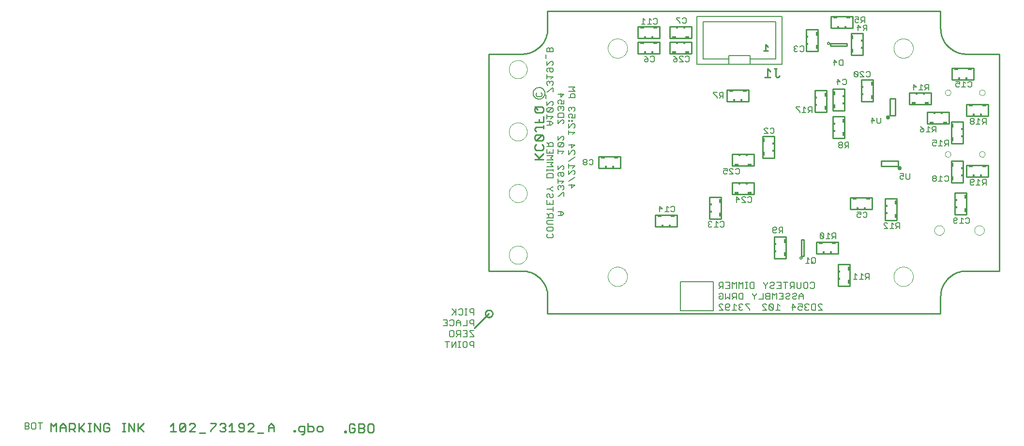
<source format=gbo>
G75*
%MOIN*%
%OFA0B0*%
%FSLAX24Y24*%
%IPPOS*%
%LPD*%
%AMOC8*
5,1,8,0,0,1.08239X$1,22.5*
%
%ADD10C,0.0000*%
%ADD11C,0.0100*%
%ADD12R,0.0150X0.0120*%
%ADD13R,0.0150X0.0290*%
%ADD14C,0.0070*%
%ADD15C,0.0080*%
%ADD16C,0.0090*%
%ADD17C,0.0110*%
%ADD18R,0.0120X0.0150*%
%ADD19R,0.0290X0.0150*%
%ADD20C,0.0300*%
D10*
X041535Y024050D02*
X041537Y024100D01*
X041543Y024149D01*
X041553Y024198D01*
X041566Y024245D01*
X041584Y024292D01*
X041605Y024337D01*
X041629Y024380D01*
X041657Y024421D01*
X041688Y024460D01*
X041722Y024496D01*
X041759Y024530D01*
X041799Y024560D01*
X041840Y024587D01*
X041884Y024611D01*
X041929Y024631D01*
X041976Y024647D01*
X042024Y024660D01*
X042073Y024669D01*
X042123Y024674D01*
X042172Y024675D01*
X042222Y024672D01*
X042271Y024665D01*
X042320Y024654D01*
X042367Y024640D01*
X042413Y024621D01*
X042458Y024599D01*
X042501Y024574D01*
X042541Y024545D01*
X042579Y024513D01*
X042615Y024479D01*
X042648Y024441D01*
X042677Y024401D01*
X042703Y024359D01*
X042726Y024315D01*
X042745Y024269D01*
X042761Y024222D01*
X042773Y024173D01*
X042781Y024124D01*
X042785Y024075D01*
X042785Y024025D01*
X042781Y023976D01*
X042773Y023927D01*
X042761Y023878D01*
X042745Y023831D01*
X042726Y023785D01*
X042703Y023741D01*
X042677Y023699D01*
X042648Y023659D01*
X042615Y023621D01*
X042579Y023587D01*
X042541Y023555D01*
X042501Y023526D01*
X042458Y023501D01*
X042413Y023479D01*
X042367Y023460D01*
X042320Y023446D01*
X042271Y023435D01*
X042222Y023428D01*
X042172Y023425D01*
X042123Y023426D01*
X042073Y023431D01*
X042024Y023440D01*
X041976Y023453D01*
X041929Y023469D01*
X041884Y023489D01*
X041840Y023513D01*
X041799Y023540D01*
X041759Y023570D01*
X041722Y023604D01*
X041688Y023640D01*
X041657Y023679D01*
X041629Y023720D01*
X041605Y023763D01*
X041584Y023808D01*
X041566Y023855D01*
X041553Y023902D01*
X041543Y023951D01*
X041537Y024000D01*
X041535Y024050D01*
X041535Y028300D02*
X041537Y028350D01*
X041543Y028399D01*
X041553Y028448D01*
X041566Y028495D01*
X041584Y028542D01*
X041605Y028587D01*
X041629Y028630D01*
X041657Y028671D01*
X041688Y028710D01*
X041722Y028746D01*
X041759Y028780D01*
X041799Y028810D01*
X041840Y028837D01*
X041884Y028861D01*
X041929Y028881D01*
X041976Y028897D01*
X042024Y028910D01*
X042073Y028919D01*
X042123Y028924D01*
X042172Y028925D01*
X042222Y028922D01*
X042271Y028915D01*
X042320Y028904D01*
X042367Y028890D01*
X042413Y028871D01*
X042458Y028849D01*
X042501Y028824D01*
X042541Y028795D01*
X042579Y028763D01*
X042615Y028729D01*
X042648Y028691D01*
X042677Y028651D01*
X042703Y028609D01*
X042726Y028565D01*
X042745Y028519D01*
X042761Y028472D01*
X042773Y028423D01*
X042781Y028374D01*
X042785Y028325D01*
X042785Y028275D01*
X042781Y028226D01*
X042773Y028177D01*
X042761Y028128D01*
X042745Y028081D01*
X042726Y028035D01*
X042703Y027991D01*
X042677Y027949D01*
X042648Y027909D01*
X042615Y027871D01*
X042579Y027837D01*
X042541Y027805D01*
X042501Y027776D01*
X042458Y027751D01*
X042413Y027729D01*
X042367Y027710D01*
X042320Y027696D01*
X042271Y027685D01*
X042222Y027678D01*
X042172Y027675D01*
X042123Y027676D01*
X042073Y027681D01*
X042024Y027690D01*
X041976Y027703D01*
X041929Y027719D01*
X041884Y027739D01*
X041840Y027763D01*
X041799Y027790D01*
X041759Y027820D01*
X041722Y027854D01*
X041688Y027890D01*
X041657Y027929D01*
X041629Y027970D01*
X041605Y028013D01*
X041584Y028058D01*
X041566Y028105D01*
X041553Y028152D01*
X041543Y028201D01*
X041537Y028250D01*
X041535Y028300D01*
X041535Y032550D02*
X041537Y032600D01*
X041543Y032649D01*
X041553Y032698D01*
X041566Y032745D01*
X041584Y032792D01*
X041605Y032837D01*
X041629Y032880D01*
X041657Y032921D01*
X041688Y032960D01*
X041722Y032996D01*
X041759Y033030D01*
X041799Y033060D01*
X041840Y033087D01*
X041884Y033111D01*
X041929Y033131D01*
X041976Y033147D01*
X042024Y033160D01*
X042073Y033169D01*
X042123Y033174D01*
X042172Y033175D01*
X042222Y033172D01*
X042271Y033165D01*
X042320Y033154D01*
X042367Y033140D01*
X042413Y033121D01*
X042458Y033099D01*
X042501Y033074D01*
X042541Y033045D01*
X042579Y033013D01*
X042615Y032979D01*
X042648Y032941D01*
X042677Y032901D01*
X042703Y032859D01*
X042726Y032815D01*
X042745Y032769D01*
X042761Y032722D01*
X042773Y032673D01*
X042781Y032624D01*
X042785Y032575D01*
X042785Y032525D01*
X042781Y032476D01*
X042773Y032427D01*
X042761Y032378D01*
X042745Y032331D01*
X042726Y032285D01*
X042703Y032241D01*
X042677Y032199D01*
X042648Y032159D01*
X042615Y032121D01*
X042579Y032087D01*
X042541Y032055D01*
X042501Y032026D01*
X042458Y032001D01*
X042413Y031979D01*
X042367Y031960D01*
X042320Y031946D01*
X042271Y031935D01*
X042222Y031928D01*
X042172Y031925D01*
X042123Y031926D01*
X042073Y031931D01*
X042024Y031940D01*
X041976Y031953D01*
X041929Y031969D01*
X041884Y031989D01*
X041840Y032013D01*
X041799Y032040D01*
X041759Y032070D01*
X041722Y032104D01*
X041688Y032140D01*
X041657Y032179D01*
X041629Y032220D01*
X041605Y032263D01*
X041584Y032308D01*
X041566Y032355D01*
X041553Y032402D01*
X041543Y032451D01*
X041537Y032500D01*
X041535Y032550D01*
X041535Y036850D02*
X041537Y036900D01*
X041543Y036949D01*
X041553Y036998D01*
X041566Y037045D01*
X041584Y037092D01*
X041605Y037137D01*
X041629Y037180D01*
X041657Y037221D01*
X041688Y037260D01*
X041722Y037296D01*
X041759Y037330D01*
X041799Y037360D01*
X041840Y037387D01*
X041884Y037411D01*
X041929Y037431D01*
X041976Y037447D01*
X042024Y037460D01*
X042073Y037469D01*
X042123Y037474D01*
X042172Y037475D01*
X042222Y037472D01*
X042271Y037465D01*
X042320Y037454D01*
X042367Y037440D01*
X042413Y037421D01*
X042458Y037399D01*
X042501Y037374D01*
X042541Y037345D01*
X042579Y037313D01*
X042615Y037279D01*
X042648Y037241D01*
X042677Y037201D01*
X042703Y037159D01*
X042726Y037115D01*
X042745Y037069D01*
X042761Y037022D01*
X042773Y036973D01*
X042781Y036924D01*
X042785Y036875D01*
X042785Y036825D01*
X042781Y036776D01*
X042773Y036727D01*
X042761Y036678D01*
X042745Y036631D01*
X042726Y036585D01*
X042703Y036541D01*
X042677Y036499D01*
X042648Y036459D01*
X042615Y036421D01*
X042579Y036387D01*
X042541Y036355D01*
X042501Y036326D01*
X042458Y036301D01*
X042413Y036279D01*
X042367Y036260D01*
X042320Y036246D01*
X042271Y036235D01*
X042222Y036228D01*
X042172Y036225D01*
X042123Y036226D01*
X042073Y036231D01*
X042024Y036240D01*
X041976Y036253D01*
X041929Y036269D01*
X041884Y036289D01*
X041840Y036313D01*
X041799Y036340D01*
X041759Y036370D01*
X041722Y036404D01*
X041688Y036440D01*
X041657Y036479D01*
X041629Y036520D01*
X041605Y036563D01*
X041584Y036608D01*
X041566Y036655D01*
X041553Y036702D01*
X041543Y036751D01*
X041537Y036800D01*
X041535Y036850D01*
X048349Y038307D02*
X048351Y038358D01*
X048357Y038409D01*
X048367Y038459D01*
X048380Y038509D01*
X048398Y038557D01*
X048418Y038604D01*
X048443Y038649D01*
X048471Y038692D01*
X048502Y038733D01*
X048536Y038771D01*
X048573Y038806D01*
X048612Y038839D01*
X048654Y038869D01*
X048698Y038895D01*
X048744Y038917D01*
X048792Y038937D01*
X048841Y038952D01*
X048891Y038964D01*
X048941Y038972D01*
X048992Y038976D01*
X049044Y038976D01*
X049095Y038972D01*
X049145Y038964D01*
X049195Y038952D01*
X049244Y038937D01*
X049292Y038917D01*
X049338Y038895D01*
X049382Y038869D01*
X049424Y038839D01*
X049463Y038806D01*
X049500Y038771D01*
X049534Y038733D01*
X049565Y038692D01*
X049593Y038649D01*
X049618Y038604D01*
X049638Y038557D01*
X049656Y038509D01*
X049669Y038459D01*
X049679Y038409D01*
X049685Y038358D01*
X049687Y038307D01*
X049685Y038256D01*
X049679Y038205D01*
X049669Y038155D01*
X049656Y038105D01*
X049638Y038057D01*
X049618Y038010D01*
X049593Y037965D01*
X049565Y037922D01*
X049534Y037881D01*
X049500Y037843D01*
X049463Y037808D01*
X049424Y037775D01*
X049382Y037745D01*
X049338Y037719D01*
X049292Y037697D01*
X049244Y037677D01*
X049195Y037662D01*
X049145Y037650D01*
X049095Y037642D01*
X049044Y037638D01*
X048992Y037638D01*
X048941Y037642D01*
X048891Y037650D01*
X048841Y037662D01*
X048792Y037677D01*
X048744Y037697D01*
X048698Y037719D01*
X048654Y037745D01*
X048612Y037775D01*
X048573Y037808D01*
X048536Y037843D01*
X048502Y037881D01*
X048471Y037922D01*
X048443Y037965D01*
X048418Y038010D01*
X048398Y038057D01*
X048380Y038105D01*
X048367Y038155D01*
X048357Y038205D01*
X048351Y038256D01*
X048349Y038307D01*
X068034Y038307D02*
X068036Y038358D01*
X068042Y038409D01*
X068052Y038459D01*
X068065Y038509D01*
X068083Y038557D01*
X068103Y038604D01*
X068128Y038649D01*
X068156Y038692D01*
X068187Y038733D01*
X068221Y038771D01*
X068258Y038806D01*
X068297Y038839D01*
X068339Y038869D01*
X068383Y038895D01*
X068429Y038917D01*
X068477Y038937D01*
X068526Y038952D01*
X068576Y038964D01*
X068626Y038972D01*
X068677Y038976D01*
X068729Y038976D01*
X068780Y038972D01*
X068830Y038964D01*
X068880Y038952D01*
X068929Y038937D01*
X068977Y038917D01*
X069023Y038895D01*
X069067Y038869D01*
X069109Y038839D01*
X069148Y038806D01*
X069185Y038771D01*
X069219Y038733D01*
X069250Y038692D01*
X069278Y038649D01*
X069303Y038604D01*
X069323Y038557D01*
X069341Y038509D01*
X069354Y038459D01*
X069364Y038409D01*
X069370Y038358D01*
X069372Y038307D01*
X069370Y038256D01*
X069364Y038205D01*
X069354Y038155D01*
X069341Y038105D01*
X069323Y038057D01*
X069303Y038010D01*
X069278Y037965D01*
X069250Y037922D01*
X069219Y037881D01*
X069185Y037843D01*
X069148Y037808D01*
X069109Y037775D01*
X069067Y037745D01*
X069023Y037719D01*
X068977Y037697D01*
X068929Y037677D01*
X068880Y037662D01*
X068830Y037650D01*
X068780Y037642D01*
X068729Y037638D01*
X068677Y037638D01*
X068626Y037642D01*
X068576Y037650D01*
X068526Y037662D01*
X068477Y037677D01*
X068429Y037697D01*
X068383Y037719D01*
X068339Y037745D01*
X068297Y037775D01*
X068258Y037808D01*
X068221Y037843D01*
X068187Y037881D01*
X068156Y037922D01*
X068128Y037965D01*
X068103Y038010D01*
X068083Y038057D01*
X068065Y038105D01*
X068052Y038155D01*
X068042Y038205D01*
X068036Y038256D01*
X068034Y038307D01*
X071570Y035250D02*
X071572Y035277D01*
X071578Y035304D01*
X071587Y035330D01*
X071600Y035354D01*
X071616Y035377D01*
X071635Y035396D01*
X071657Y035413D01*
X071681Y035427D01*
X071706Y035437D01*
X071733Y035444D01*
X071760Y035447D01*
X071788Y035446D01*
X071815Y035441D01*
X071841Y035433D01*
X071865Y035421D01*
X071888Y035405D01*
X071909Y035387D01*
X071926Y035366D01*
X071941Y035342D01*
X071952Y035317D01*
X071960Y035291D01*
X071964Y035264D01*
X071964Y035236D01*
X071960Y035209D01*
X071952Y035183D01*
X071941Y035158D01*
X071926Y035134D01*
X071909Y035113D01*
X071888Y035095D01*
X071866Y035079D01*
X071841Y035067D01*
X071815Y035059D01*
X071788Y035054D01*
X071760Y035053D01*
X071733Y035056D01*
X071706Y035063D01*
X071681Y035073D01*
X071657Y035087D01*
X071635Y035104D01*
X071616Y035123D01*
X071600Y035146D01*
X071587Y035170D01*
X071578Y035196D01*
X071572Y035223D01*
X071570Y035250D01*
X073932Y035250D02*
X073934Y035277D01*
X073940Y035304D01*
X073949Y035330D01*
X073962Y035354D01*
X073978Y035377D01*
X073997Y035396D01*
X074019Y035413D01*
X074043Y035427D01*
X074068Y035437D01*
X074095Y035444D01*
X074122Y035447D01*
X074150Y035446D01*
X074177Y035441D01*
X074203Y035433D01*
X074227Y035421D01*
X074250Y035405D01*
X074271Y035387D01*
X074288Y035366D01*
X074303Y035342D01*
X074314Y035317D01*
X074322Y035291D01*
X074326Y035264D01*
X074326Y035236D01*
X074322Y035209D01*
X074314Y035183D01*
X074303Y035158D01*
X074288Y035134D01*
X074271Y035113D01*
X074250Y035095D01*
X074228Y035079D01*
X074203Y035067D01*
X074177Y035059D01*
X074150Y035054D01*
X074122Y035053D01*
X074095Y035056D01*
X074068Y035063D01*
X074043Y035073D01*
X074019Y035087D01*
X073997Y035104D01*
X073978Y035123D01*
X073962Y035146D01*
X073949Y035170D01*
X073940Y035196D01*
X073934Y035223D01*
X073932Y035250D01*
X073932Y031000D02*
X073934Y031027D01*
X073940Y031054D01*
X073949Y031080D01*
X073962Y031104D01*
X073978Y031127D01*
X073997Y031146D01*
X074019Y031163D01*
X074043Y031177D01*
X074068Y031187D01*
X074095Y031194D01*
X074122Y031197D01*
X074150Y031196D01*
X074177Y031191D01*
X074203Y031183D01*
X074227Y031171D01*
X074250Y031155D01*
X074271Y031137D01*
X074288Y031116D01*
X074303Y031092D01*
X074314Y031067D01*
X074322Y031041D01*
X074326Y031014D01*
X074326Y030986D01*
X074322Y030959D01*
X074314Y030933D01*
X074303Y030908D01*
X074288Y030884D01*
X074271Y030863D01*
X074250Y030845D01*
X074228Y030829D01*
X074203Y030817D01*
X074177Y030809D01*
X074150Y030804D01*
X074122Y030803D01*
X074095Y030806D01*
X074068Y030813D01*
X074043Y030823D01*
X074019Y030837D01*
X073997Y030854D01*
X073978Y030873D01*
X073962Y030896D01*
X073949Y030920D01*
X073940Y030946D01*
X073934Y030973D01*
X073932Y031000D01*
X071570Y031000D02*
X071572Y031027D01*
X071578Y031054D01*
X071587Y031080D01*
X071600Y031104D01*
X071616Y031127D01*
X071635Y031146D01*
X071657Y031163D01*
X071681Y031177D01*
X071706Y031187D01*
X071733Y031194D01*
X071760Y031197D01*
X071788Y031196D01*
X071815Y031191D01*
X071841Y031183D01*
X071865Y031171D01*
X071888Y031155D01*
X071909Y031137D01*
X071926Y031116D01*
X071941Y031092D01*
X071952Y031067D01*
X071960Y031041D01*
X071964Y031014D01*
X071964Y030986D01*
X071960Y030959D01*
X071952Y030933D01*
X071941Y030908D01*
X071926Y030884D01*
X071909Y030863D01*
X071888Y030845D01*
X071866Y030829D01*
X071841Y030817D01*
X071815Y030809D01*
X071788Y030804D01*
X071760Y030803D01*
X071733Y030806D01*
X071706Y030813D01*
X071681Y030823D01*
X071657Y030837D01*
X071635Y030854D01*
X071616Y030873D01*
X071600Y030896D01*
X071587Y030920D01*
X071578Y030946D01*
X071572Y030973D01*
X071570Y031000D01*
X070841Y025750D02*
X070843Y025786D01*
X070849Y025822D01*
X070859Y025857D01*
X070872Y025891D01*
X070889Y025923D01*
X070909Y025953D01*
X070933Y025980D01*
X070959Y026005D01*
X070988Y026027D01*
X071019Y026046D01*
X071052Y026061D01*
X071086Y026073D01*
X071122Y026081D01*
X071158Y026085D01*
X071194Y026085D01*
X071230Y026081D01*
X071266Y026073D01*
X071300Y026061D01*
X071333Y026046D01*
X071364Y026027D01*
X071393Y026005D01*
X071419Y025980D01*
X071443Y025953D01*
X071463Y025923D01*
X071480Y025891D01*
X071493Y025857D01*
X071503Y025822D01*
X071509Y025786D01*
X071511Y025750D01*
X071509Y025714D01*
X071503Y025678D01*
X071493Y025643D01*
X071480Y025609D01*
X071463Y025577D01*
X071443Y025547D01*
X071419Y025520D01*
X071393Y025495D01*
X071364Y025473D01*
X071333Y025454D01*
X071300Y025439D01*
X071266Y025427D01*
X071230Y025419D01*
X071194Y025415D01*
X071158Y025415D01*
X071122Y025419D01*
X071086Y025427D01*
X071052Y025439D01*
X071019Y025454D01*
X070988Y025473D01*
X070959Y025495D01*
X070933Y025520D01*
X070909Y025547D01*
X070889Y025577D01*
X070872Y025609D01*
X070859Y025643D01*
X070849Y025678D01*
X070843Y025714D01*
X070841Y025750D01*
X073597Y025750D02*
X073599Y025786D01*
X073605Y025822D01*
X073615Y025857D01*
X073628Y025891D01*
X073645Y025923D01*
X073665Y025953D01*
X073689Y025980D01*
X073715Y026005D01*
X073744Y026027D01*
X073775Y026046D01*
X073808Y026061D01*
X073842Y026073D01*
X073878Y026081D01*
X073914Y026085D01*
X073950Y026085D01*
X073986Y026081D01*
X074022Y026073D01*
X074056Y026061D01*
X074089Y026046D01*
X074120Y026027D01*
X074149Y026005D01*
X074175Y025980D01*
X074199Y025953D01*
X074219Y025923D01*
X074236Y025891D01*
X074249Y025857D01*
X074259Y025822D01*
X074265Y025786D01*
X074267Y025750D01*
X074265Y025714D01*
X074259Y025678D01*
X074249Y025643D01*
X074236Y025609D01*
X074219Y025577D01*
X074199Y025547D01*
X074175Y025520D01*
X074149Y025495D01*
X074120Y025473D01*
X074089Y025454D01*
X074056Y025439D01*
X074022Y025427D01*
X073986Y025419D01*
X073950Y025415D01*
X073914Y025415D01*
X073878Y025419D01*
X073842Y025427D01*
X073808Y025439D01*
X073775Y025454D01*
X073744Y025473D01*
X073715Y025495D01*
X073689Y025520D01*
X073665Y025547D01*
X073645Y025577D01*
X073628Y025609D01*
X073615Y025643D01*
X073605Y025678D01*
X073599Y025714D01*
X073597Y025750D01*
X068034Y022559D02*
X068036Y022610D01*
X068042Y022661D01*
X068052Y022711D01*
X068065Y022761D01*
X068083Y022809D01*
X068103Y022856D01*
X068128Y022901D01*
X068156Y022944D01*
X068187Y022985D01*
X068221Y023023D01*
X068258Y023058D01*
X068297Y023091D01*
X068339Y023121D01*
X068383Y023147D01*
X068429Y023169D01*
X068477Y023189D01*
X068526Y023204D01*
X068576Y023216D01*
X068626Y023224D01*
X068677Y023228D01*
X068729Y023228D01*
X068780Y023224D01*
X068830Y023216D01*
X068880Y023204D01*
X068929Y023189D01*
X068977Y023169D01*
X069023Y023147D01*
X069067Y023121D01*
X069109Y023091D01*
X069148Y023058D01*
X069185Y023023D01*
X069219Y022985D01*
X069250Y022944D01*
X069278Y022901D01*
X069303Y022856D01*
X069323Y022809D01*
X069341Y022761D01*
X069354Y022711D01*
X069364Y022661D01*
X069370Y022610D01*
X069372Y022559D01*
X069370Y022508D01*
X069364Y022457D01*
X069354Y022407D01*
X069341Y022357D01*
X069323Y022309D01*
X069303Y022262D01*
X069278Y022217D01*
X069250Y022174D01*
X069219Y022133D01*
X069185Y022095D01*
X069148Y022060D01*
X069109Y022027D01*
X069067Y021997D01*
X069023Y021971D01*
X068977Y021949D01*
X068929Y021929D01*
X068880Y021914D01*
X068830Y021902D01*
X068780Y021894D01*
X068729Y021890D01*
X068677Y021890D01*
X068626Y021894D01*
X068576Y021902D01*
X068526Y021914D01*
X068477Y021929D01*
X068429Y021949D01*
X068383Y021971D01*
X068339Y021997D01*
X068297Y022027D01*
X068258Y022060D01*
X068221Y022095D01*
X068187Y022133D01*
X068156Y022174D01*
X068128Y022217D01*
X068103Y022262D01*
X068083Y022309D01*
X068065Y022357D01*
X068052Y022407D01*
X068042Y022457D01*
X068036Y022508D01*
X068034Y022559D01*
X048349Y022559D02*
X048351Y022610D01*
X048357Y022661D01*
X048367Y022711D01*
X048380Y022761D01*
X048398Y022809D01*
X048418Y022856D01*
X048443Y022901D01*
X048471Y022944D01*
X048502Y022985D01*
X048536Y023023D01*
X048573Y023058D01*
X048612Y023091D01*
X048654Y023121D01*
X048698Y023147D01*
X048744Y023169D01*
X048792Y023189D01*
X048841Y023204D01*
X048891Y023216D01*
X048941Y023224D01*
X048992Y023228D01*
X049044Y023228D01*
X049095Y023224D01*
X049145Y023216D01*
X049195Y023204D01*
X049244Y023189D01*
X049292Y023169D01*
X049338Y023147D01*
X049382Y023121D01*
X049424Y023091D01*
X049463Y023058D01*
X049500Y023023D01*
X049534Y022985D01*
X049565Y022944D01*
X049593Y022901D01*
X049618Y022856D01*
X049638Y022809D01*
X049656Y022761D01*
X049669Y022711D01*
X049679Y022661D01*
X049685Y022610D01*
X049687Y022559D01*
X049685Y022508D01*
X049679Y022457D01*
X049669Y022407D01*
X049656Y022357D01*
X049638Y022309D01*
X049618Y022262D01*
X049593Y022217D01*
X049565Y022174D01*
X049534Y022133D01*
X049500Y022095D01*
X049463Y022060D01*
X049424Y022027D01*
X049382Y021997D01*
X049338Y021971D01*
X049292Y021949D01*
X049244Y021929D01*
X049195Y021914D01*
X049145Y021902D01*
X049095Y021894D01*
X049044Y021890D01*
X048992Y021890D01*
X048941Y021894D01*
X048891Y021902D01*
X048841Y021914D01*
X048792Y021929D01*
X048744Y021949D01*
X048698Y021971D01*
X048654Y021997D01*
X048612Y022027D01*
X048573Y022060D01*
X048536Y022095D01*
X048502Y022133D01*
X048471Y022174D01*
X048443Y022217D01*
X048418Y022262D01*
X048398Y022309D01*
X048380Y022357D01*
X048367Y022407D01*
X048357Y022457D01*
X048351Y022508D01*
X048349Y022559D01*
D11*
X044195Y021181D02*
X044195Y020000D01*
X071262Y020000D01*
X071262Y021181D01*
X071262Y020000D01*
X044195Y020000D01*
X044195Y021181D01*
X044196Y021181D02*
X044194Y021263D01*
X044188Y021344D01*
X044179Y021426D01*
X044166Y021507D01*
X044149Y021587D01*
X044128Y021666D01*
X044104Y021744D01*
X044076Y021821D01*
X044045Y021897D01*
X044010Y021971D01*
X043972Y022043D01*
X043931Y022114D01*
X043886Y022182D01*
X043838Y022249D01*
X043787Y022313D01*
X043734Y022375D01*
X043677Y022434D01*
X043618Y022491D01*
X043556Y022544D01*
X043492Y022595D01*
X043425Y022643D01*
X043357Y022688D01*
X043286Y022729D01*
X043214Y022767D01*
X043140Y022802D01*
X043064Y022833D01*
X042987Y022861D01*
X042909Y022885D01*
X042830Y022906D01*
X042750Y022923D01*
X042669Y022936D01*
X042587Y022945D01*
X042506Y022951D01*
X042424Y022953D01*
X040160Y022953D01*
X040160Y037913D01*
X042424Y037913D01*
X040160Y037913D01*
X040160Y022953D01*
X042424Y022953D01*
X042506Y022951D01*
X042587Y022945D01*
X042669Y022936D01*
X042750Y022923D01*
X042830Y022906D01*
X042909Y022885D01*
X042987Y022861D01*
X043064Y022833D01*
X043140Y022802D01*
X043214Y022767D01*
X043286Y022729D01*
X043357Y022688D01*
X043425Y022643D01*
X043492Y022595D01*
X043556Y022544D01*
X043618Y022491D01*
X043677Y022434D01*
X043734Y022375D01*
X043787Y022313D01*
X043838Y022249D01*
X043886Y022182D01*
X043931Y022114D01*
X043972Y022043D01*
X044010Y021971D01*
X044045Y021897D01*
X044076Y021821D01*
X044104Y021744D01*
X044128Y021666D01*
X044149Y021587D01*
X044166Y021507D01*
X044179Y021426D01*
X044188Y021344D01*
X044194Y021263D01*
X044196Y021181D01*
X039910Y020000D02*
X039912Y020031D01*
X039918Y020062D01*
X039928Y020092D01*
X039941Y020120D01*
X039958Y020147D01*
X039978Y020171D01*
X040001Y020193D01*
X040026Y020211D01*
X040054Y020226D01*
X040083Y020238D01*
X040113Y020246D01*
X040144Y020250D01*
X040176Y020250D01*
X040207Y020246D01*
X040237Y020238D01*
X040266Y020226D01*
X040294Y020211D01*
X040319Y020193D01*
X040342Y020171D01*
X040362Y020147D01*
X040379Y020120D01*
X040392Y020092D01*
X040402Y020062D01*
X040408Y020031D01*
X040410Y020000D01*
X040408Y019969D01*
X040402Y019938D01*
X040392Y019908D01*
X040379Y019880D01*
X040362Y019853D01*
X040342Y019829D01*
X040319Y019807D01*
X040294Y019789D01*
X040266Y019774D01*
X040237Y019762D01*
X040207Y019754D01*
X040176Y019750D01*
X040144Y019750D01*
X040113Y019754D01*
X040083Y019762D01*
X040054Y019774D01*
X040026Y019789D01*
X040001Y019807D01*
X039978Y019829D01*
X039958Y019853D01*
X039941Y019880D01*
X039928Y019908D01*
X039918Y019938D01*
X039912Y019969D01*
X039910Y020000D01*
X040160Y020000D02*
X039160Y019000D01*
X051610Y026000D02*
X051610Y026800D01*
X053110Y026800D01*
X053110Y026000D01*
X051610Y026000D01*
X055360Y026550D02*
X056160Y026550D01*
X056160Y028050D01*
X055360Y028050D01*
X055360Y026550D01*
X056910Y028250D02*
X058410Y028250D01*
X058410Y029050D01*
X056910Y029050D01*
X056910Y028250D01*
X056910Y030200D02*
X058410Y030200D01*
X058410Y031000D01*
X056910Y031000D01*
X056910Y030200D01*
X059010Y030750D02*
X059810Y030750D01*
X059810Y032250D01*
X059010Y032250D01*
X059010Y030750D01*
X062610Y033900D02*
X063410Y033900D01*
X063410Y035400D01*
X062610Y035400D01*
X062610Y033900D01*
X063860Y034000D02*
X064660Y034000D01*
X064660Y035500D01*
X063860Y035500D01*
X063860Y034000D01*
X063860Y033600D02*
X064660Y033600D01*
X064660Y032100D01*
X063860Y032100D01*
X063860Y033600D01*
X065810Y034650D02*
X066610Y034650D01*
X066610Y036150D01*
X065810Y036150D01*
X065810Y034650D01*
X067780Y034844D02*
X067780Y033659D01*
X068143Y033659D01*
X068143Y034844D01*
X067780Y034844D01*
X069110Y034450D02*
X069110Y035250D01*
X070610Y035250D01*
X070610Y034450D01*
X069110Y034450D01*
X070360Y033900D02*
X070360Y033100D01*
X071860Y033100D01*
X071860Y033900D01*
X070360Y033900D01*
X072010Y033250D02*
X072010Y031750D01*
X072810Y031750D01*
X072810Y033250D01*
X072010Y033250D01*
X073060Y033650D02*
X073060Y034450D01*
X074560Y034450D01*
X074560Y033650D01*
X073060Y033650D01*
X073560Y036150D02*
X072060Y036150D01*
X072060Y036950D01*
X073560Y036950D01*
X073560Y036150D01*
X073034Y037913D02*
X075298Y037913D01*
X075298Y022953D01*
X073034Y022953D01*
X075298Y022953D01*
X075298Y037913D01*
X073034Y037913D01*
X072952Y037915D01*
X072871Y037921D01*
X072789Y037930D01*
X072708Y037943D01*
X072628Y037960D01*
X072549Y037981D01*
X072471Y038005D01*
X072394Y038033D01*
X072318Y038064D01*
X072244Y038099D01*
X072172Y038137D01*
X072101Y038178D01*
X072033Y038223D01*
X071966Y038271D01*
X071902Y038322D01*
X071840Y038375D01*
X071781Y038432D01*
X071724Y038491D01*
X071671Y038553D01*
X071620Y038617D01*
X071572Y038684D01*
X071527Y038752D01*
X071486Y038823D01*
X071448Y038895D01*
X071413Y038969D01*
X071382Y039045D01*
X071354Y039122D01*
X071330Y039200D01*
X071309Y039279D01*
X071292Y039359D01*
X071279Y039440D01*
X071270Y039522D01*
X071264Y039603D01*
X071262Y039685D01*
X071262Y040866D01*
X044195Y040866D01*
X044195Y039685D01*
X044195Y040866D01*
X071262Y040866D01*
X071262Y039685D01*
X071264Y039603D01*
X071270Y039522D01*
X071279Y039440D01*
X071292Y039359D01*
X071309Y039279D01*
X071330Y039200D01*
X071354Y039122D01*
X071382Y039045D01*
X071413Y038969D01*
X071448Y038895D01*
X071486Y038823D01*
X071527Y038752D01*
X071572Y038684D01*
X071620Y038617D01*
X071671Y038553D01*
X071724Y038491D01*
X071781Y038432D01*
X071840Y038375D01*
X071902Y038322D01*
X071966Y038271D01*
X072033Y038223D01*
X072101Y038178D01*
X072172Y038137D01*
X072244Y038099D01*
X072318Y038064D01*
X072394Y038033D01*
X072471Y038005D01*
X072549Y037981D01*
X072628Y037960D01*
X072708Y037943D01*
X072789Y037930D01*
X072871Y037921D01*
X072952Y037915D01*
X073034Y037913D01*
X065910Y037850D02*
X065110Y037850D01*
X065110Y039350D01*
X065910Y039350D01*
X065910Y037850D01*
X064820Y038471D02*
X064820Y038629D01*
X063680Y038629D01*
X063680Y038471D01*
X064820Y038471D01*
X065210Y039700D02*
X063710Y039700D01*
X063710Y040500D01*
X065210Y040500D01*
X065210Y039700D01*
X062810Y039600D02*
X062810Y038100D01*
X062010Y038100D01*
X062010Y039600D01*
X062810Y039600D01*
X058060Y035450D02*
X056560Y035450D01*
X056560Y034650D01*
X058060Y034650D01*
X058060Y035450D01*
X054110Y037950D02*
X054110Y038750D01*
X052610Y038750D01*
X052610Y037950D01*
X054110Y037950D01*
X054110Y039000D02*
X052610Y039000D01*
X052610Y039800D01*
X054110Y039800D01*
X054110Y039000D01*
X051910Y039000D02*
X051910Y039800D01*
X050410Y039800D01*
X050410Y039000D01*
X051910Y039000D01*
X051910Y038750D02*
X050410Y038750D01*
X050410Y037950D01*
X051910Y037950D01*
X051910Y038750D01*
X044196Y039685D02*
X044194Y039603D01*
X044188Y039522D01*
X044179Y039440D01*
X044166Y039359D01*
X044149Y039279D01*
X044128Y039200D01*
X044104Y039122D01*
X044076Y039045D01*
X044045Y038969D01*
X044010Y038895D01*
X043972Y038823D01*
X043931Y038752D01*
X043886Y038684D01*
X043838Y038617D01*
X043787Y038553D01*
X043734Y038491D01*
X043677Y038432D01*
X043618Y038375D01*
X043556Y038322D01*
X043492Y038271D01*
X043425Y038223D01*
X043357Y038178D01*
X043286Y038137D01*
X043214Y038099D01*
X043140Y038064D01*
X043064Y038033D01*
X042987Y038005D01*
X042909Y037981D01*
X042830Y037960D01*
X042750Y037943D01*
X042669Y037930D01*
X042587Y037921D01*
X042506Y037915D01*
X042424Y037913D01*
X042506Y037915D01*
X042587Y037921D01*
X042669Y037930D01*
X042750Y037943D01*
X042830Y037960D01*
X042909Y037981D01*
X042987Y038005D01*
X043064Y038033D01*
X043140Y038064D01*
X043214Y038099D01*
X043286Y038137D01*
X043357Y038178D01*
X043425Y038223D01*
X043492Y038271D01*
X043556Y038322D01*
X043618Y038375D01*
X043677Y038432D01*
X043734Y038491D01*
X043787Y038553D01*
X043838Y038617D01*
X043886Y038684D01*
X043931Y038752D01*
X043972Y038823D01*
X044010Y038895D01*
X044045Y038969D01*
X044076Y039045D01*
X044104Y039122D01*
X044128Y039200D01*
X044149Y039279D01*
X044166Y039359D01*
X044179Y039440D01*
X044188Y039522D01*
X044194Y039603D01*
X044196Y039685D01*
X047710Y030850D02*
X047710Y030050D01*
X049210Y030050D01*
X049210Y030850D01*
X047710Y030850D01*
X059810Y025300D02*
X059810Y023800D01*
X060610Y023800D01*
X060610Y025300D01*
X059810Y025300D01*
X061681Y025110D02*
X061839Y025110D01*
X061839Y023970D01*
X061681Y023970D01*
X061681Y025110D01*
X062710Y024950D02*
X062710Y024150D01*
X064210Y024150D01*
X064210Y024950D01*
X062710Y024950D01*
X064210Y023400D02*
X065010Y023400D01*
X065010Y021900D01*
X064210Y021900D01*
X064210Y023400D01*
X067460Y026450D02*
X068260Y026450D01*
X068260Y027950D01*
X067460Y027950D01*
X067460Y026450D01*
X066560Y027200D02*
X065060Y027200D01*
X065060Y028000D01*
X066560Y028000D01*
X066560Y027200D01*
X067166Y030170D02*
X068351Y030170D01*
X068351Y030533D01*
X067166Y030533D01*
X067166Y030170D01*
X072010Y030550D02*
X072010Y029050D01*
X072810Y029050D01*
X072810Y030550D01*
X072010Y030550D01*
X073060Y030250D02*
X073060Y029450D01*
X074560Y029450D01*
X074560Y030250D01*
X073060Y030250D01*
X073060Y028350D02*
X072260Y028350D01*
X072260Y026850D01*
X073060Y026850D01*
X073060Y028350D01*
X073034Y022953D02*
X072952Y022951D01*
X072871Y022945D01*
X072789Y022936D01*
X072708Y022923D01*
X072628Y022906D01*
X072549Y022885D01*
X072471Y022861D01*
X072394Y022833D01*
X072318Y022802D01*
X072244Y022767D01*
X072172Y022729D01*
X072101Y022688D01*
X072033Y022643D01*
X071966Y022595D01*
X071902Y022544D01*
X071840Y022491D01*
X071781Y022434D01*
X071724Y022375D01*
X071671Y022313D01*
X071620Y022249D01*
X071572Y022182D01*
X071527Y022114D01*
X071486Y022043D01*
X071448Y021971D01*
X071413Y021897D01*
X071382Y021821D01*
X071354Y021744D01*
X071330Y021666D01*
X071309Y021587D01*
X071292Y021507D01*
X071279Y021426D01*
X071270Y021344D01*
X071264Y021263D01*
X071262Y021181D01*
X071264Y021263D01*
X071270Y021344D01*
X071279Y021426D01*
X071292Y021507D01*
X071309Y021587D01*
X071330Y021666D01*
X071354Y021744D01*
X071382Y021821D01*
X071413Y021897D01*
X071448Y021971D01*
X071486Y022043D01*
X071527Y022114D01*
X071572Y022182D01*
X071620Y022249D01*
X071671Y022313D01*
X071724Y022375D01*
X071781Y022434D01*
X071840Y022491D01*
X071902Y022544D01*
X071966Y022595D01*
X072033Y022643D01*
X072101Y022688D01*
X072172Y022729D01*
X072244Y022767D01*
X072318Y022802D01*
X072394Y022833D01*
X072471Y022861D01*
X072549Y022885D01*
X072628Y022906D01*
X072708Y022923D01*
X072789Y022936D01*
X072871Y022945D01*
X072952Y022951D01*
X073034Y022953D01*
D12*
X067535Y026950D03*
X067535Y027450D03*
X072335Y027350D03*
X072335Y027850D03*
X072735Y029550D03*
X072735Y030050D03*
X072735Y032250D03*
X072735Y032750D03*
X065885Y035150D03*
X065885Y035650D03*
X064585Y035000D03*
X064585Y034500D03*
X063935Y033100D03*
X063935Y032600D03*
X062685Y034400D03*
X062685Y034900D03*
X065835Y038350D03*
X065835Y038850D03*
X062085Y038600D03*
X062085Y039100D03*
X059735Y031750D03*
X059735Y031250D03*
X055435Y027550D03*
X055435Y027050D03*
X059885Y024800D03*
X059885Y024300D03*
X064285Y022900D03*
X064285Y022400D03*
D13*
X064935Y022195D03*
X064935Y023105D03*
X060535Y024095D03*
X060535Y025005D03*
X056085Y026845D03*
X056085Y027755D03*
X059085Y031045D03*
X059085Y031955D03*
X063335Y034195D03*
X063935Y034295D03*
X063935Y035205D03*
X063335Y035105D03*
X064585Y033305D03*
X064585Y032395D03*
X066535Y034945D03*
X066535Y035855D03*
X065185Y038145D03*
X065185Y039055D03*
X062735Y039305D03*
X062735Y038395D03*
X072085Y032955D03*
X072085Y032045D03*
X072085Y030255D03*
X072085Y029345D03*
X072985Y028055D03*
X072985Y027145D03*
X068185Y026745D03*
X068185Y027655D03*
D14*
X068256Y026265D02*
X068193Y026202D01*
X068193Y026075D01*
X068256Y026012D01*
X068447Y026012D01*
X068447Y025885D02*
X068447Y026265D01*
X068256Y026265D01*
X068032Y026139D02*
X067905Y026265D01*
X067905Y025885D01*
X067779Y025885D02*
X068032Y025885D01*
X068193Y025885D02*
X068320Y026012D01*
X067618Y025885D02*
X067364Y026139D01*
X067364Y026202D01*
X067428Y026265D01*
X067554Y026265D01*
X067618Y026202D01*
X067618Y025885D02*
X067364Y025885D01*
X066189Y026698D02*
X066126Y026635D01*
X065999Y026635D01*
X065936Y026698D01*
X065775Y026698D02*
X065712Y026635D01*
X065585Y026635D01*
X065521Y026698D01*
X065521Y026825D01*
X065585Y026889D01*
X065648Y026889D01*
X065775Y026825D01*
X065775Y027015D01*
X065521Y027015D01*
X065936Y026952D02*
X065999Y027015D01*
X066126Y027015D01*
X066189Y026952D01*
X066189Y026698D01*
X064047Y025565D02*
X064047Y025185D01*
X064047Y025312D02*
X063856Y025312D01*
X063793Y025375D01*
X063793Y025502D01*
X063856Y025565D01*
X064047Y025565D01*
X063920Y025312D02*
X063793Y025185D01*
X063632Y025185D02*
X063379Y025185D01*
X063505Y025185D02*
X063505Y025565D01*
X063632Y025439D01*
X063218Y025502D02*
X063218Y025248D01*
X062964Y025502D01*
X062964Y025248D01*
X063028Y025185D01*
X063154Y025185D01*
X063218Y025248D01*
X063218Y025502D02*
X063154Y025565D01*
X063028Y025565D01*
X062964Y025502D01*
X062576Y023865D02*
X062449Y023865D01*
X062386Y023802D01*
X062386Y023548D01*
X062449Y023485D01*
X062576Y023485D01*
X062639Y023548D01*
X062639Y023802D01*
X062576Y023865D01*
X062513Y023612D02*
X062386Y023485D01*
X062225Y023485D02*
X061971Y023485D01*
X062098Y023485D02*
X062098Y023865D01*
X062225Y023739D01*
X060389Y025585D02*
X060389Y025965D01*
X060199Y025965D01*
X060136Y025902D01*
X060136Y025775D01*
X060199Y025712D01*
X060389Y025712D01*
X060263Y025712D02*
X060136Y025585D01*
X059975Y025648D02*
X059912Y025585D01*
X059785Y025585D01*
X059721Y025648D01*
X059721Y025902D01*
X059785Y025965D01*
X059912Y025965D01*
X059975Y025902D01*
X059975Y025839D01*
X059912Y025775D01*
X059721Y025775D01*
X058183Y027685D02*
X058056Y027685D01*
X057993Y027748D01*
X057832Y027685D02*
X057579Y027939D01*
X057579Y028002D01*
X057642Y028065D01*
X057769Y028065D01*
X057832Y028002D01*
X057993Y028002D02*
X058056Y028065D01*
X058183Y028065D01*
X058247Y028002D01*
X058247Y027748D01*
X058183Y027685D01*
X057832Y027685D02*
X057579Y027685D01*
X057418Y027875D02*
X057164Y027875D01*
X057228Y027685D02*
X057228Y028065D01*
X057418Y027875D01*
X057333Y029635D02*
X057206Y029635D01*
X057143Y029698D01*
X056982Y029635D02*
X056729Y029889D01*
X056729Y029952D01*
X056792Y030015D01*
X056919Y030015D01*
X056982Y029952D01*
X057143Y029952D02*
X057206Y030015D01*
X057333Y030015D01*
X057397Y029952D01*
X057397Y029698D01*
X057333Y029635D01*
X056982Y029635D02*
X056729Y029635D01*
X056568Y029698D02*
X056504Y029635D01*
X056378Y029635D01*
X056314Y029698D01*
X056314Y029825D01*
X056378Y029889D01*
X056441Y029889D01*
X056568Y029825D01*
X056568Y030015D01*
X056314Y030015D01*
X059121Y032435D02*
X059375Y032435D01*
X059121Y032689D01*
X059121Y032752D01*
X059185Y032815D01*
X059312Y032815D01*
X059375Y032752D01*
X059536Y032752D02*
X059599Y032815D01*
X059726Y032815D01*
X059789Y032752D01*
X059789Y032498D01*
X059726Y032435D01*
X059599Y032435D01*
X059536Y032498D01*
X061314Y034202D02*
X061568Y033948D01*
X061568Y033885D01*
X061729Y033885D02*
X061982Y033885D01*
X061855Y033885D02*
X061855Y034265D01*
X061982Y034139D01*
X062143Y034202D02*
X062143Y034075D01*
X062206Y034012D01*
X062397Y034012D01*
X062397Y033885D02*
X062397Y034265D01*
X062206Y034265D01*
X062143Y034202D01*
X062270Y034012D02*
X062143Y033885D01*
X061568Y034265D02*
X061314Y034265D01*
X061314Y034202D01*
X064106Y035990D02*
X064360Y035990D01*
X064170Y036180D01*
X064170Y035800D01*
X064521Y035863D02*
X064584Y035800D01*
X064711Y035800D01*
X064774Y035863D01*
X064774Y036117D01*
X064711Y036180D01*
X064584Y036180D01*
X064521Y036117D01*
X065314Y036398D02*
X065378Y036335D01*
X065504Y036335D01*
X065568Y036398D01*
X065314Y036652D01*
X065314Y036398D01*
X065568Y036398D02*
X065568Y036652D01*
X065504Y036715D01*
X065378Y036715D01*
X065314Y036652D01*
X065729Y036652D02*
X065792Y036715D01*
X065919Y036715D01*
X065982Y036652D01*
X066143Y036652D02*
X066206Y036715D01*
X066333Y036715D01*
X066397Y036652D01*
X066397Y036398D01*
X066333Y036335D01*
X066206Y036335D01*
X066143Y036398D01*
X065982Y036335D02*
X065729Y036589D01*
X065729Y036652D01*
X065729Y036335D02*
X065982Y036335D01*
X064539Y037135D02*
X064539Y037515D01*
X064349Y037515D01*
X064286Y037452D01*
X064286Y037198D01*
X064349Y037135D01*
X064539Y037135D01*
X064125Y037325D02*
X063871Y037325D01*
X063935Y037135D02*
X063935Y037515D01*
X064125Y037325D01*
X061839Y038148D02*
X061776Y038085D01*
X061649Y038085D01*
X061586Y038148D01*
X061425Y038148D02*
X061362Y038085D01*
X061235Y038085D01*
X061171Y038148D01*
X061171Y038212D01*
X061235Y038275D01*
X061298Y038275D01*
X061235Y038275D02*
X061171Y038339D01*
X061171Y038402D01*
X061235Y038465D01*
X061362Y038465D01*
X061425Y038402D01*
X061586Y038402D02*
X061649Y038465D01*
X061776Y038465D01*
X061839Y038402D01*
X061839Y038148D01*
X065585Y039535D02*
X065585Y039915D01*
X065775Y039725D01*
X065521Y039725D01*
X065562Y040085D02*
X065625Y040148D01*
X065562Y040085D02*
X065435Y040085D01*
X065371Y040148D01*
X065371Y040275D01*
X065435Y040339D01*
X065498Y040339D01*
X065625Y040275D01*
X065625Y040465D01*
X065371Y040465D01*
X065786Y040402D02*
X065786Y040275D01*
X065849Y040212D01*
X066039Y040212D01*
X065913Y040212D02*
X065786Y040085D01*
X066039Y040085D02*
X066039Y040465D01*
X065849Y040465D01*
X065786Y040402D01*
X065999Y039915D02*
X065936Y039852D01*
X065936Y039725D01*
X065999Y039662D01*
X066189Y039662D01*
X066063Y039662D02*
X065936Y039535D01*
X066189Y039535D02*
X066189Y039915D01*
X065999Y039915D01*
X069428Y035815D02*
X069618Y035625D01*
X069364Y035625D01*
X069428Y035435D02*
X069428Y035815D01*
X069905Y035815D02*
X069905Y035435D01*
X069779Y035435D02*
X070032Y035435D01*
X070193Y035435D02*
X070320Y035562D01*
X070256Y035562D02*
X070447Y035562D01*
X070447Y035435D02*
X070447Y035815D01*
X070256Y035815D01*
X070193Y035752D01*
X070193Y035625D01*
X070256Y035562D01*
X070032Y035689D02*
X069905Y035815D01*
X072314Y035825D02*
X072314Y035698D01*
X072378Y035635D01*
X072504Y035635D01*
X072568Y035698D01*
X072568Y035825D02*
X072441Y035889D01*
X072378Y035889D01*
X072314Y035825D01*
X072314Y036015D02*
X072568Y036015D01*
X072568Y035825D01*
X072729Y035635D02*
X072982Y035635D01*
X072855Y035635D02*
X072855Y036015D01*
X072982Y035889D01*
X073143Y035952D02*
X073206Y036015D01*
X073333Y036015D01*
X073397Y035952D01*
X073397Y035698D01*
X073333Y035635D01*
X073206Y035635D01*
X073143Y035698D01*
X073378Y033465D02*
X073314Y033402D01*
X073314Y033339D01*
X073378Y033275D01*
X073504Y033275D01*
X073568Y033339D01*
X073568Y033402D01*
X073504Y033465D01*
X073378Y033465D01*
X073378Y033275D02*
X073314Y033212D01*
X073314Y033148D01*
X073378Y033085D01*
X073504Y033085D01*
X073568Y033148D01*
X073568Y033212D01*
X073504Y033275D01*
X073729Y033085D02*
X073982Y033085D01*
X073855Y033085D02*
X073855Y033465D01*
X073982Y033339D01*
X074143Y033402D02*
X074143Y033275D01*
X074206Y033212D01*
X074397Y033212D01*
X074397Y033085D02*
X074397Y033465D01*
X074206Y033465D01*
X074143Y033402D01*
X074270Y033212D02*
X074143Y033085D01*
X071797Y031965D02*
X071797Y031585D01*
X071797Y031712D02*
X071606Y031712D01*
X071543Y031775D01*
X071543Y031902D01*
X071606Y031965D01*
X071797Y031965D01*
X071670Y031712D02*
X071543Y031585D01*
X071382Y031585D02*
X071129Y031585D01*
X071255Y031585D02*
X071255Y031965D01*
X071382Y031839D01*
X070968Y031775D02*
X070968Y031965D01*
X070714Y031965D01*
X070778Y031839D02*
X070714Y031775D01*
X070714Y031648D01*
X070778Y031585D01*
X070904Y031585D01*
X070968Y031648D01*
X070968Y031775D02*
X070841Y031839D01*
X070778Y031839D01*
X070693Y032535D02*
X070820Y032662D01*
X070756Y032662D02*
X070947Y032662D01*
X070947Y032535D02*
X070947Y032915D01*
X070756Y032915D01*
X070693Y032852D01*
X070693Y032725D01*
X070756Y032662D01*
X070532Y032789D02*
X070405Y032915D01*
X070405Y032535D01*
X070279Y032535D02*
X070532Y032535D01*
X070118Y032598D02*
X070054Y032535D01*
X069928Y032535D01*
X069864Y032598D01*
X069864Y032662D01*
X069928Y032725D01*
X070118Y032725D01*
X070118Y032598D01*
X070118Y032725D02*
X069991Y032852D01*
X069864Y032915D01*
X067139Y033190D02*
X067076Y033126D01*
X066949Y033126D01*
X066886Y033190D01*
X066886Y033507D01*
X066725Y033316D02*
X066471Y033316D01*
X066535Y033126D02*
X066535Y033507D01*
X066725Y033316D01*
X067139Y033190D02*
X067139Y033507D01*
X064924Y031830D02*
X064734Y031830D01*
X064671Y031767D01*
X064671Y031640D01*
X064734Y031577D01*
X064924Y031577D01*
X064798Y031577D02*
X064671Y031450D01*
X064510Y031513D02*
X064510Y031577D01*
X064447Y031640D01*
X064320Y031640D01*
X064256Y031577D01*
X064256Y031513D01*
X064320Y031450D01*
X064447Y031450D01*
X064510Y031513D01*
X064447Y031640D02*
X064510Y031704D01*
X064510Y031767D01*
X064447Y031830D01*
X064320Y031830D01*
X064256Y031767D01*
X064256Y031704D01*
X064320Y031640D01*
X064924Y031450D02*
X064924Y031830D01*
X068471Y029657D02*
X068725Y029657D01*
X068725Y029466D01*
X068598Y029530D01*
X068535Y029530D01*
X068471Y029466D01*
X068471Y029340D01*
X068535Y029276D01*
X068662Y029276D01*
X068725Y029340D01*
X068886Y029340D02*
X068886Y029657D01*
X069139Y029657D02*
X069139Y029340D01*
X069076Y029276D01*
X068949Y029276D01*
X068886Y029340D01*
X070714Y029389D02*
X070778Y029325D01*
X070904Y029325D01*
X070968Y029389D01*
X070968Y029452D01*
X070904Y029515D01*
X070778Y029515D01*
X070714Y029452D01*
X070714Y029389D01*
X070778Y029325D02*
X070714Y029262D01*
X070714Y029198D01*
X070778Y029135D01*
X070904Y029135D01*
X070968Y029198D01*
X070968Y029262D01*
X070904Y029325D01*
X071129Y029135D02*
X071382Y029135D01*
X071255Y029135D02*
X071255Y029515D01*
X071382Y029389D01*
X071543Y029452D02*
X071606Y029515D01*
X071733Y029515D01*
X071797Y029452D01*
X071797Y029198D01*
X071733Y029135D01*
X071606Y029135D01*
X071543Y029198D01*
X073314Y029202D02*
X073378Y029265D01*
X073504Y029265D01*
X073568Y029202D01*
X073568Y029139D01*
X073504Y029075D01*
X073314Y029075D01*
X073314Y028948D02*
X073314Y029202D01*
X073314Y028948D02*
X073378Y028885D01*
X073504Y028885D01*
X073568Y028948D01*
X073729Y028885D02*
X073982Y028885D01*
X073855Y028885D02*
X073855Y029265D01*
X073982Y029139D01*
X074143Y029202D02*
X074143Y029075D01*
X074206Y029012D01*
X074397Y029012D01*
X074397Y028885D02*
X074397Y029265D01*
X074206Y029265D01*
X074143Y029202D01*
X074270Y029012D02*
X074143Y028885D01*
X073183Y026615D02*
X073056Y026615D01*
X072993Y026552D01*
X072832Y026489D02*
X072705Y026615D01*
X072705Y026235D01*
X072579Y026235D02*
X072832Y026235D01*
X072993Y026298D02*
X073056Y026235D01*
X073183Y026235D01*
X073247Y026298D01*
X073247Y026552D01*
X073183Y026615D01*
X072418Y026552D02*
X072418Y026489D01*
X072354Y026425D01*
X072164Y026425D01*
X072164Y026298D02*
X072164Y026552D01*
X072228Y026615D01*
X072354Y026615D01*
X072418Y026552D01*
X072418Y026298D02*
X072354Y026235D01*
X072228Y026235D01*
X072164Y026298D01*
X066347Y022765D02*
X066156Y022765D01*
X066093Y022702D01*
X066093Y022575D01*
X066156Y022512D01*
X066347Y022512D01*
X066347Y022385D02*
X066347Y022765D01*
X066220Y022512D02*
X066093Y022385D01*
X065932Y022385D02*
X065679Y022385D01*
X065805Y022385D02*
X065805Y022765D01*
X065932Y022639D01*
X065518Y022639D02*
X065391Y022765D01*
X065391Y022385D01*
X065518Y022385D02*
X065264Y022385D01*
X056347Y026048D02*
X056283Y025985D01*
X056156Y025985D01*
X056093Y026048D01*
X055932Y025985D02*
X055679Y025985D01*
X055805Y025985D02*
X055805Y026365D01*
X055932Y026239D01*
X056093Y026302D02*
X056156Y026365D01*
X056283Y026365D01*
X056347Y026302D01*
X056347Y026048D01*
X055518Y026048D02*
X055454Y025985D01*
X055328Y025985D01*
X055264Y026048D01*
X055264Y026112D01*
X055328Y026175D01*
X055391Y026175D01*
X055328Y026175D02*
X055264Y026239D01*
X055264Y026302D01*
X055328Y026365D01*
X055454Y026365D01*
X055518Y026302D01*
X052947Y027098D02*
X052883Y027035D01*
X052756Y027035D01*
X052693Y027098D01*
X052532Y027035D02*
X052279Y027035D01*
X052405Y027035D02*
X052405Y027415D01*
X052532Y027289D01*
X052693Y027352D02*
X052756Y027415D01*
X052883Y027415D01*
X052947Y027352D01*
X052947Y027098D01*
X052118Y027225D02*
X051864Y027225D01*
X051928Y027035D02*
X051928Y027415D01*
X052118Y027225D01*
X047325Y030323D02*
X047262Y030260D01*
X047135Y030260D01*
X047071Y030323D01*
X046911Y030323D02*
X046911Y030387D01*
X046847Y030450D01*
X046720Y030450D01*
X046657Y030387D01*
X046657Y030323D01*
X046720Y030260D01*
X046847Y030260D01*
X046911Y030323D01*
X046847Y030450D02*
X046911Y030514D01*
X046911Y030577D01*
X046847Y030640D01*
X046720Y030640D01*
X046657Y030577D01*
X046657Y030514D01*
X046720Y030450D01*
X047071Y030577D02*
X047135Y030640D01*
X047262Y030640D01*
X047325Y030577D01*
X047325Y030323D01*
X055621Y035202D02*
X055875Y034948D01*
X055875Y034885D01*
X056036Y034885D02*
X056163Y035012D01*
X056099Y035012D02*
X056289Y035012D01*
X056289Y034885D02*
X056289Y035265D01*
X056099Y035265D01*
X056036Y035202D01*
X056036Y035075D01*
X056099Y035012D01*
X055875Y035265D02*
X055621Y035265D01*
X055621Y035202D01*
X053883Y037385D02*
X053756Y037385D01*
X053693Y037448D01*
X053532Y037385D02*
X053279Y037639D01*
X053279Y037702D01*
X053342Y037765D01*
X053469Y037765D01*
X053532Y037702D01*
X053693Y037702D02*
X053756Y037765D01*
X053883Y037765D01*
X053947Y037702D01*
X053947Y037448D01*
X053883Y037385D01*
X053532Y037385D02*
X053279Y037385D01*
X053118Y037448D02*
X053054Y037385D01*
X052928Y037385D01*
X052864Y037448D01*
X052864Y037512D01*
X052928Y037575D01*
X053118Y037575D01*
X053118Y037448D01*
X053118Y037575D02*
X052991Y037702D01*
X052864Y037765D01*
X051539Y037702D02*
X051539Y037448D01*
X051476Y037385D01*
X051349Y037385D01*
X051286Y037448D01*
X051125Y037448D02*
X051062Y037385D01*
X050935Y037385D01*
X050871Y037448D01*
X050871Y037512D01*
X050935Y037575D01*
X051125Y037575D01*
X051125Y037448D01*
X051125Y037575D02*
X050998Y037702D01*
X050871Y037765D01*
X051286Y037702D02*
X051349Y037765D01*
X051476Y037765D01*
X051539Y037702D01*
X051556Y039985D02*
X051493Y040048D01*
X051556Y039985D02*
X051683Y039985D01*
X051747Y040048D01*
X051747Y040302D01*
X051683Y040365D01*
X051556Y040365D01*
X051493Y040302D01*
X051332Y040239D02*
X051205Y040365D01*
X051205Y039985D01*
X051079Y039985D02*
X051332Y039985D01*
X050918Y039985D02*
X050664Y039985D01*
X050791Y039985D02*
X050791Y040365D01*
X050918Y040239D01*
X053071Y040352D02*
X053325Y040098D01*
X053325Y040035D01*
X053486Y040098D02*
X053549Y040035D01*
X053676Y040035D01*
X053739Y040098D01*
X053739Y040352D01*
X053676Y040415D01*
X053549Y040415D01*
X053486Y040352D01*
X053325Y040415D02*
X053071Y040415D01*
X053071Y040352D01*
D15*
X054473Y040504D02*
X054473Y037196D01*
X056669Y037196D01*
X060347Y037196D01*
X060347Y040504D01*
X054473Y040504D01*
X054904Y040139D02*
X059904Y040139D01*
X059904Y037561D01*
X058151Y037561D01*
X058151Y037200D01*
X058151Y037561D02*
X058151Y037807D01*
X056669Y037807D01*
X056669Y037561D01*
X054916Y037561D01*
X054916Y040139D01*
X056669Y037561D02*
X056669Y037196D01*
X063485Y038650D02*
X063487Y038667D01*
X063492Y038683D01*
X063501Y038697D01*
X063513Y038709D01*
X063527Y038718D01*
X063543Y038723D01*
X063560Y038725D01*
X063577Y038723D01*
X063593Y038718D01*
X063607Y038709D01*
X063619Y038697D01*
X063628Y038683D01*
X063633Y038667D01*
X063635Y038650D01*
X063633Y038633D01*
X063628Y038617D01*
X063619Y038603D01*
X063607Y038591D01*
X063593Y038582D01*
X063577Y038577D01*
X063560Y038575D01*
X063543Y038577D01*
X063527Y038582D01*
X063513Y038591D01*
X063501Y038603D01*
X063492Y038617D01*
X063487Y038633D01*
X063485Y038650D01*
X046070Y035628D02*
X045650Y035628D01*
X045650Y035348D02*
X046070Y035348D01*
X045930Y035488D01*
X046070Y035628D01*
X046000Y035167D02*
X045860Y035167D01*
X045790Y035097D01*
X045790Y034887D01*
X045650Y034887D02*
X046070Y034887D01*
X046070Y035097D01*
X046000Y035167D01*
X045320Y035141D02*
X045110Y034931D01*
X045110Y035211D01*
X044900Y035141D02*
X045320Y035141D01*
X045320Y034750D02*
X045320Y034470D01*
X045110Y034470D01*
X045180Y034610D01*
X045180Y034680D01*
X045110Y034750D01*
X044970Y034750D01*
X044900Y034680D01*
X044900Y034540D01*
X044970Y034470D01*
X044970Y034290D02*
X044900Y034220D01*
X044900Y034080D01*
X044970Y034010D01*
X044970Y033830D02*
X045250Y033830D01*
X045320Y033760D01*
X045320Y033549D01*
X044900Y033549D01*
X044900Y033760D01*
X044970Y033830D01*
X045250Y034010D02*
X045320Y034080D01*
X045320Y034220D01*
X045250Y034290D01*
X045180Y034290D01*
X045110Y034220D01*
X045040Y034290D01*
X044970Y034290D01*
X045110Y034220D02*
X045110Y034150D01*
X044570Y034121D02*
X044500Y034191D01*
X044220Y033911D01*
X044150Y033981D01*
X044150Y034121D01*
X044220Y034191D01*
X044500Y034191D01*
X044570Y034121D02*
X044570Y033981D01*
X044500Y033911D01*
X044220Y033911D01*
X044150Y033731D02*
X044150Y033450D01*
X044150Y033591D02*
X044570Y033591D01*
X044430Y033450D01*
X044430Y033270D02*
X044150Y033270D01*
X044360Y033270D02*
X044360Y032990D01*
X044430Y032990D02*
X044570Y033130D01*
X044430Y033270D01*
X044430Y032990D02*
X044150Y032990D01*
X044900Y033089D02*
X045180Y033369D01*
X045250Y033369D01*
X045320Y033299D01*
X045320Y033159D01*
X045250Y033089D01*
X044900Y033089D02*
X044900Y033369D01*
X045650Y033346D02*
X045650Y033276D01*
X045720Y033276D01*
X045720Y033346D01*
X045650Y033346D01*
X045720Y033506D02*
X045650Y033576D01*
X045650Y033716D01*
X045720Y033786D01*
X045860Y033786D01*
X045930Y033716D01*
X045930Y033646D01*
X045860Y033506D01*
X046070Y033506D01*
X046070Y033786D01*
X046000Y033966D02*
X046070Y034037D01*
X046070Y034177D01*
X046000Y034247D01*
X045930Y034247D01*
X045860Y034177D01*
X045790Y034247D01*
X045720Y034247D01*
X045650Y034177D01*
X045650Y034037D01*
X045720Y033966D01*
X045860Y034107D02*
X045860Y034177D01*
X045860Y033346D02*
X045860Y033276D01*
X045930Y033276D01*
X045930Y033346D01*
X045860Y033346D01*
X045930Y033096D02*
X046000Y033096D01*
X046070Y033026D01*
X046070Y032886D01*
X046000Y032815D01*
X045930Y033096D02*
X045650Y032815D01*
X045650Y033096D01*
X045650Y032635D02*
X045650Y032355D01*
X045650Y032495D02*
X046070Y032495D01*
X045930Y032355D01*
X045320Y032180D02*
X045320Y032040D01*
X045250Y031970D01*
X045250Y031790D02*
X044970Y031510D01*
X044900Y031580D01*
X044900Y031720D01*
X044970Y031790D01*
X045250Y031790D01*
X045320Y031720D01*
X045320Y031580D01*
X045250Y031510D01*
X044970Y031510D01*
X044900Y031330D02*
X044900Y031049D01*
X044900Y031190D02*
X045320Y031190D01*
X045180Y031049D01*
X045650Y030974D02*
X045930Y031254D01*
X046000Y031254D01*
X046070Y031184D01*
X046070Y031044D01*
X046000Y030974D01*
X046070Y030794D02*
X045650Y030514D01*
X045650Y030333D02*
X045650Y030053D01*
X045650Y030193D02*
X046070Y030193D01*
X045930Y030053D01*
X045930Y029873D02*
X046000Y029873D01*
X046070Y029803D01*
X046070Y029663D01*
X046000Y029593D01*
X046070Y029413D02*
X045650Y029132D01*
X045650Y028882D02*
X046070Y028882D01*
X045860Y028672D01*
X045860Y028952D01*
X045320Y028760D02*
X045250Y028830D01*
X045180Y028830D01*
X045110Y028760D01*
X045040Y028830D01*
X044970Y028830D01*
X044900Y028760D01*
X044900Y028619D01*
X044970Y028549D01*
X045110Y028690D02*
X045110Y028760D01*
X045320Y028760D02*
X045320Y028619D01*
X045250Y028549D01*
X045250Y028369D02*
X044970Y028089D01*
X044900Y028089D01*
X044570Y028070D02*
X044500Y028000D01*
X044430Y028000D01*
X044360Y028070D01*
X044360Y028210D01*
X044290Y028280D01*
X044220Y028280D01*
X044150Y028210D01*
X044150Y028070D01*
X044220Y028000D01*
X044150Y027820D02*
X044150Y027540D01*
X044570Y027540D01*
X044570Y027820D01*
X044570Y028070D02*
X044570Y028210D01*
X044500Y028280D01*
X044500Y028460D02*
X044360Y028600D01*
X044150Y028600D01*
X044360Y028600D02*
X044500Y028741D01*
X044570Y028741D01*
X044570Y028460D02*
X044500Y028460D01*
X044900Y029010D02*
X044900Y029290D01*
X044900Y029150D02*
X045320Y029150D01*
X045180Y029010D01*
X045180Y029470D02*
X045110Y029540D01*
X045110Y029750D01*
X044970Y029750D02*
X045250Y029750D01*
X045320Y029680D01*
X045320Y029540D01*
X045250Y029470D01*
X045180Y029470D01*
X044970Y029470D02*
X044900Y029540D01*
X044900Y029680D01*
X044970Y029750D01*
X044900Y029931D02*
X045180Y030211D01*
X045250Y030211D01*
X045320Y030141D01*
X045320Y030001D01*
X045250Y029931D01*
X044900Y029931D02*
X044900Y030211D01*
X044570Y030148D02*
X044430Y030289D01*
X044570Y030429D01*
X044150Y030429D01*
X044150Y030609D02*
X044570Y030609D01*
X044430Y030749D01*
X044570Y030889D01*
X044150Y030889D01*
X044150Y031069D02*
X044150Y031349D01*
X044150Y031530D02*
X044570Y031530D01*
X044570Y031740D01*
X044500Y031810D01*
X044360Y031810D01*
X044290Y031740D01*
X044290Y031530D01*
X044290Y031670D02*
X044150Y031810D01*
X044570Y031349D02*
X044570Y031069D01*
X044150Y031069D01*
X044360Y031069D02*
X044360Y031209D01*
X044150Y030148D02*
X044570Y030148D01*
X044570Y029982D02*
X044570Y029841D01*
X044570Y029912D02*
X044150Y029912D01*
X044150Y029982D02*
X044150Y029841D01*
X044220Y029661D02*
X044500Y029661D01*
X044570Y029591D01*
X044570Y029381D01*
X044150Y029381D01*
X044150Y029591D01*
X044220Y029661D01*
X045650Y029593D02*
X045930Y029873D01*
X045650Y029873D02*
X045650Y029593D01*
X045320Y028369D02*
X045250Y028369D01*
X045320Y028369D02*
X045320Y028089D01*
X044360Y027680D02*
X044360Y027540D01*
X044570Y027359D02*
X044570Y027079D01*
X044570Y027219D02*
X044150Y027219D01*
X044150Y026899D02*
X044290Y026759D01*
X044290Y026829D02*
X044290Y026619D01*
X044150Y026619D02*
X044570Y026619D01*
X044570Y026829D01*
X044500Y026899D01*
X044360Y026899D01*
X044290Y026829D01*
X044220Y026439D02*
X044570Y026439D01*
X044570Y026158D02*
X044220Y026158D01*
X044150Y026228D01*
X044150Y026369D01*
X044220Y026439D01*
X044220Y025978D02*
X044500Y025978D01*
X044570Y025908D01*
X044570Y025768D01*
X044500Y025698D01*
X044220Y025698D01*
X044150Y025768D01*
X044150Y025908D01*
X044220Y025978D01*
X044220Y025518D02*
X044150Y025448D01*
X044150Y025308D01*
X044220Y025238D01*
X044500Y025238D01*
X044570Y025308D01*
X044570Y025448D01*
X044500Y025518D01*
X044900Y026760D02*
X045180Y026760D01*
X045320Y026900D01*
X045180Y027040D01*
X044900Y027040D01*
X045110Y027040D02*
X045110Y026760D01*
X045650Y030974D02*
X045650Y031254D01*
X045860Y031434D02*
X045860Y031715D01*
X045650Y031644D02*
X046070Y031644D01*
X045860Y031434D01*
X045320Y032180D02*
X045250Y032250D01*
X045180Y032250D01*
X044900Y031970D01*
X044900Y032250D01*
X044500Y034371D02*
X044570Y034441D01*
X044570Y034581D01*
X044500Y034651D01*
X044430Y034651D01*
X044150Y034371D01*
X044150Y034651D01*
X044080Y034832D02*
X044080Y035112D01*
X044150Y035292D02*
X044220Y035292D01*
X044500Y035572D01*
X044570Y035572D01*
X044570Y035292D01*
X044500Y035752D02*
X044570Y035822D01*
X044570Y035963D01*
X044500Y036033D01*
X044430Y036033D01*
X044360Y035963D01*
X044290Y036033D01*
X044220Y036033D01*
X044150Y035963D01*
X044150Y035822D01*
X044220Y035752D01*
X044360Y035892D02*
X044360Y035963D01*
X044430Y036213D02*
X044570Y036353D01*
X044150Y036353D01*
X044150Y036213D02*
X044150Y036493D01*
X044220Y036673D02*
X044150Y036743D01*
X044150Y036883D01*
X044220Y036953D01*
X044500Y036953D01*
X044570Y036883D01*
X044570Y036743D01*
X044500Y036673D01*
X044430Y036673D01*
X044360Y036743D01*
X044360Y036953D01*
X044500Y037134D02*
X044570Y037204D01*
X044570Y037344D01*
X044500Y037414D01*
X044430Y037414D01*
X044150Y037134D01*
X044150Y037414D01*
X044080Y037594D02*
X044080Y037874D01*
X044150Y038054D02*
X044150Y038264D01*
X044220Y038335D01*
X044290Y038335D01*
X044360Y038264D01*
X044360Y038054D01*
X044150Y038054D02*
X044570Y038054D01*
X044570Y038264D01*
X044500Y038335D01*
X044430Y038335D01*
X044360Y038264D01*
X043750Y035250D02*
X043820Y035180D01*
X043820Y035040D01*
X043750Y034970D01*
X043470Y034970D01*
X043400Y035040D01*
X043400Y035180D01*
X043470Y035250D01*
X043210Y035200D02*
X043212Y035240D01*
X043218Y035279D01*
X043228Y035318D01*
X043241Y035355D01*
X043259Y035391D01*
X043280Y035425D01*
X043304Y035457D01*
X043331Y035486D01*
X043361Y035513D01*
X043393Y035536D01*
X043428Y035556D01*
X043464Y035572D01*
X043502Y035585D01*
X043541Y035594D01*
X043580Y035599D01*
X043620Y035600D01*
X043660Y035597D01*
X043699Y035590D01*
X043737Y035579D01*
X043775Y035565D01*
X043810Y035546D01*
X043843Y035525D01*
X043875Y035500D01*
X043903Y035472D01*
X043929Y035442D01*
X043951Y035409D01*
X043970Y035374D01*
X043986Y035337D01*
X043998Y035299D01*
X044006Y035260D01*
X044010Y035220D01*
X044010Y035180D01*
X044006Y035140D01*
X043998Y035101D01*
X043986Y035063D01*
X043970Y035026D01*
X043951Y034991D01*
X043929Y034958D01*
X043903Y034928D01*
X043875Y034900D01*
X043843Y034875D01*
X043810Y034854D01*
X043775Y034835D01*
X043737Y034821D01*
X043699Y034810D01*
X043660Y034803D01*
X043620Y034800D01*
X043580Y034801D01*
X043541Y034806D01*
X043502Y034815D01*
X043464Y034828D01*
X043428Y034844D01*
X043393Y034864D01*
X043361Y034887D01*
X043331Y034914D01*
X043304Y034943D01*
X043280Y034975D01*
X043259Y035009D01*
X043241Y035045D01*
X043228Y035082D01*
X043218Y035121D01*
X043212Y035160D01*
X043210Y035200D01*
X061585Y023850D02*
X061587Y023867D01*
X061592Y023883D01*
X061601Y023897D01*
X061613Y023909D01*
X061627Y023918D01*
X061643Y023923D01*
X061660Y023925D01*
X061677Y023923D01*
X061693Y023918D01*
X061707Y023909D01*
X061719Y023897D01*
X061728Y023883D01*
X061733Y023867D01*
X061735Y023850D01*
X061733Y023833D01*
X061728Y023817D01*
X061719Y023803D01*
X061707Y023791D01*
X061693Y023782D01*
X061677Y023777D01*
X061660Y023775D01*
X061643Y023777D01*
X061627Y023782D01*
X061613Y023791D01*
X061601Y023803D01*
X061592Y023817D01*
X061587Y023833D01*
X061585Y023850D01*
X061652Y022160D02*
X061652Y021810D01*
X061582Y021740D01*
X061441Y021740D01*
X061371Y021810D01*
X061371Y022160D01*
X061191Y022160D02*
X060981Y022160D01*
X060911Y022090D01*
X060911Y021950D01*
X060981Y021880D01*
X061191Y021880D01*
X061051Y021880D02*
X060911Y021740D01*
X061191Y021740D02*
X061191Y022160D01*
X060731Y022160D02*
X060451Y022160D01*
X060591Y022160D02*
X060591Y021740D01*
X060270Y021740D02*
X059990Y021740D01*
X059810Y021810D02*
X059740Y021740D01*
X059600Y021740D01*
X059530Y021810D01*
X059530Y021880D01*
X059600Y021950D01*
X059740Y021950D01*
X059810Y022020D01*
X059810Y022090D01*
X059740Y022160D01*
X059600Y022160D01*
X059530Y022090D01*
X059350Y022090D02*
X059210Y021950D01*
X059210Y021740D01*
X059210Y021950D02*
X059069Y022090D01*
X059069Y022160D01*
X059350Y022160D02*
X059350Y022090D01*
X059990Y022160D02*
X060270Y022160D01*
X060270Y021740D01*
X060270Y021950D02*
X060130Y021950D01*
X060144Y021410D02*
X060424Y021410D01*
X060424Y020990D01*
X060144Y020990D01*
X059964Y020990D02*
X059964Y021410D01*
X059823Y021270D01*
X059683Y021410D01*
X059683Y020990D01*
X059503Y020990D02*
X059503Y021410D01*
X059293Y021410D01*
X059223Y021340D01*
X059223Y021270D01*
X059293Y021200D01*
X059503Y021200D01*
X059503Y020990D02*
X059293Y020990D01*
X059223Y021060D01*
X059223Y021130D01*
X059293Y021200D01*
X059043Y021410D02*
X059043Y020990D01*
X058763Y020990D01*
X058442Y020990D02*
X058442Y021200D01*
X058302Y021340D01*
X058302Y021410D01*
X058442Y021200D02*
X058582Y021340D01*
X058582Y021410D01*
X058429Y021740D02*
X058219Y021740D01*
X058149Y021810D01*
X058149Y022090D01*
X058219Y022160D01*
X058429Y022160D01*
X058429Y021740D01*
X057969Y021740D02*
X057828Y021740D01*
X057898Y021740D02*
X057898Y022160D01*
X057828Y022160D02*
X057969Y022160D01*
X057662Y022160D02*
X057521Y022020D01*
X057381Y022160D01*
X057381Y021740D01*
X057201Y021740D02*
X057201Y022160D01*
X057061Y022020D01*
X056921Y022160D01*
X056921Y021740D01*
X056741Y021740D02*
X056461Y021740D01*
X056280Y021740D02*
X056280Y022160D01*
X056070Y022160D01*
X056000Y022090D01*
X056000Y021950D01*
X056070Y021880D01*
X056280Y021880D01*
X056140Y021880D02*
X056000Y021740D01*
X056070Y021410D02*
X056210Y021410D01*
X056280Y021340D01*
X056280Y021060D01*
X056210Y020990D01*
X056070Y020990D01*
X056000Y021060D01*
X056000Y021200D01*
X056140Y021200D01*
X056000Y021340D02*
X056070Y021410D01*
X056461Y021410D02*
X056461Y020990D01*
X056601Y021130D01*
X056741Y020990D01*
X056741Y021410D01*
X056921Y021340D02*
X056921Y021200D01*
X056991Y021130D01*
X057201Y021130D01*
X057061Y021130D02*
X056921Y020990D01*
X057201Y020990D02*
X057201Y021410D01*
X056991Y021410D01*
X056921Y021340D01*
X056741Y021740D02*
X056741Y022160D01*
X056461Y022160D01*
X056601Y021950D02*
X056741Y021950D01*
X057381Y021340D02*
X057451Y021410D01*
X057662Y021410D01*
X057662Y020990D01*
X057451Y020990D01*
X057381Y021060D01*
X057381Y021340D01*
X057662Y021740D02*
X057662Y022160D01*
X057592Y020660D02*
X057451Y020660D01*
X057381Y020590D01*
X057381Y020520D01*
X057451Y020450D01*
X057381Y020380D01*
X057381Y020310D01*
X057451Y020240D01*
X057592Y020240D01*
X057662Y020310D01*
X057521Y020450D02*
X057451Y020450D01*
X057592Y020660D02*
X057662Y020590D01*
X057842Y020590D02*
X058122Y020310D01*
X058122Y020240D01*
X058122Y020660D02*
X057842Y020660D01*
X057842Y020590D01*
X057201Y020520D02*
X057061Y020660D01*
X057061Y020240D01*
X057201Y020240D02*
X056921Y020240D01*
X056741Y020310D02*
X056671Y020240D01*
X056531Y020240D01*
X056461Y020310D01*
X056461Y020590D01*
X056531Y020660D01*
X056671Y020660D01*
X056741Y020590D01*
X056741Y020520D01*
X056671Y020450D01*
X056461Y020450D01*
X056280Y020590D02*
X056210Y020660D01*
X056070Y020660D01*
X056000Y020590D01*
X056000Y020520D01*
X056280Y020240D01*
X056000Y020240D01*
X055610Y020200D02*
X053360Y020200D01*
X053360Y022200D01*
X055610Y022200D01*
X055610Y020200D01*
X059000Y020240D02*
X059280Y020240D01*
X059000Y020520D01*
X059000Y020590D01*
X059070Y020660D01*
X059210Y020660D01*
X059280Y020590D01*
X059461Y020590D02*
X059741Y020310D01*
X059671Y020240D01*
X059531Y020240D01*
X059461Y020310D01*
X059461Y020590D01*
X059531Y020660D01*
X059671Y020660D01*
X059741Y020590D01*
X059741Y020310D01*
X059921Y020240D02*
X060201Y020240D01*
X060061Y020240D02*
X060061Y020660D01*
X060201Y020520D01*
X060674Y020990D02*
X060604Y021060D01*
X060604Y021130D01*
X060674Y021200D01*
X060814Y021200D01*
X060884Y021270D01*
X060884Y021340D01*
X060814Y021410D01*
X060674Y021410D01*
X060604Y021340D01*
X060424Y021200D02*
X060284Y021200D01*
X060674Y020990D02*
X060814Y020990D01*
X060884Y021060D01*
X061064Y021060D02*
X061135Y020990D01*
X061275Y020990D01*
X061345Y021060D01*
X061275Y021200D02*
X061135Y021200D01*
X061064Y021130D01*
X061064Y021060D01*
X061275Y021200D02*
X061345Y021270D01*
X061345Y021340D01*
X061275Y021410D01*
X061135Y021410D01*
X061064Y021340D01*
X061525Y021270D02*
X061525Y020990D01*
X061525Y021200D02*
X061805Y021200D01*
X061805Y021270D02*
X061665Y021410D01*
X061525Y021270D01*
X061805Y021270D02*
X061805Y020990D01*
X061741Y020660D02*
X061741Y020450D01*
X061601Y020520D01*
X061531Y020520D01*
X061461Y020450D01*
X061461Y020310D01*
X061531Y020240D01*
X061671Y020240D01*
X061741Y020310D01*
X061921Y020310D02*
X061991Y020240D01*
X062131Y020240D01*
X062201Y020310D01*
X062381Y020310D02*
X062381Y020590D01*
X062451Y020660D01*
X062662Y020660D01*
X062662Y020240D01*
X062451Y020240D01*
X062381Y020310D01*
X062201Y020590D02*
X062131Y020660D01*
X061991Y020660D01*
X061921Y020590D01*
X061921Y020520D01*
X061991Y020450D01*
X061921Y020380D01*
X061921Y020310D01*
X061991Y020450D02*
X062061Y020450D01*
X061741Y020660D02*
X061461Y020660D01*
X061280Y020450D02*
X061000Y020450D01*
X061070Y020240D02*
X061070Y020660D01*
X061280Y020450D01*
X062842Y020520D02*
X063122Y020240D01*
X062842Y020240D01*
X062842Y020520D02*
X062842Y020590D01*
X062912Y020660D01*
X063052Y020660D01*
X063122Y020590D01*
X062502Y021740D02*
X062362Y021740D01*
X062292Y021810D01*
X062112Y021810D02*
X062042Y021740D01*
X061902Y021740D01*
X061832Y021810D01*
X061832Y022090D01*
X061902Y022160D01*
X062042Y022160D01*
X062112Y022090D01*
X062112Y021810D01*
X062292Y022090D02*
X062362Y022160D01*
X062502Y022160D01*
X062572Y022090D01*
X062572Y021810D01*
X062502Y021740D01*
X039120Y020335D02*
X038910Y020335D01*
X038840Y020265D01*
X038840Y020125D01*
X038910Y020055D01*
X039120Y020055D01*
X039120Y019915D02*
X039120Y020335D01*
X038660Y020335D02*
X038519Y020335D01*
X038590Y020335D02*
X038590Y019915D01*
X038660Y019915D02*
X038519Y019915D01*
X038353Y019985D02*
X038283Y019915D01*
X038143Y019915D01*
X038072Y019985D01*
X037892Y019915D02*
X037892Y020335D01*
X038072Y020265D02*
X038143Y020335D01*
X038283Y020335D01*
X038353Y020265D01*
X038353Y019985D01*
X037892Y020055D02*
X037612Y020335D01*
X037822Y020125D02*
X037612Y019915D01*
X037669Y019585D02*
X037739Y019515D01*
X037739Y019235D01*
X037669Y019165D01*
X037529Y019165D01*
X037459Y019235D01*
X037278Y019165D02*
X036998Y019165D01*
X037138Y019375D02*
X037278Y019375D01*
X037278Y019585D02*
X037278Y019165D01*
X037459Y019515D02*
X037529Y019585D01*
X037669Y019585D01*
X037919Y019445D02*
X037919Y019165D01*
X037919Y019375D02*
X038199Y019375D01*
X038199Y019445D02*
X038059Y019585D01*
X037919Y019445D01*
X038199Y019445D02*
X038199Y019165D01*
X038379Y019165D02*
X038660Y019165D01*
X038660Y019585D01*
X038840Y019515D02*
X038840Y019375D01*
X038910Y019305D01*
X039120Y019305D01*
X039120Y019165D02*
X039120Y019585D01*
X038910Y019585D01*
X038840Y019515D01*
X038840Y018835D02*
X038840Y018765D01*
X039120Y018485D01*
X039120Y018415D01*
X038840Y018415D01*
X038660Y018415D02*
X038660Y018835D01*
X038379Y018835D01*
X038199Y018835D02*
X037989Y018835D01*
X037919Y018765D01*
X037919Y018625D01*
X037989Y018555D01*
X038199Y018555D01*
X038059Y018555D02*
X037919Y018415D01*
X037739Y018485D02*
X037669Y018415D01*
X037529Y018415D01*
X037459Y018485D01*
X037459Y018765D01*
X037529Y018835D01*
X037669Y018835D01*
X037739Y018765D01*
X037739Y018485D01*
X037612Y018085D02*
X037612Y017665D01*
X037892Y018085D01*
X037892Y017665D01*
X038059Y017665D02*
X038199Y017665D01*
X038129Y017665D02*
X038129Y018085D01*
X038199Y018085D02*
X038059Y018085D01*
X038379Y018015D02*
X038449Y018085D01*
X038590Y018085D01*
X038660Y018015D01*
X038660Y017735D01*
X038590Y017665D01*
X038449Y017665D01*
X038379Y017735D01*
X038379Y018015D01*
X038379Y018415D02*
X038660Y018415D01*
X038660Y018625D02*
X038519Y018625D01*
X038199Y018415D02*
X038199Y018835D01*
X038840Y018835D02*
X039120Y018835D01*
X039120Y018085D02*
X038910Y018085D01*
X038840Y018015D01*
X038840Y017875D01*
X038910Y017805D01*
X039120Y017805D01*
X039120Y017665D02*
X039120Y018085D01*
X037432Y018085D02*
X037152Y018085D01*
X037292Y018085D02*
X037292Y017665D01*
X037278Y019585D02*
X036998Y019585D01*
X009401Y012460D02*
X009121Y012460D01*
X009261Y012460D02*
X009261Y012040D01*
X008941Y012110D02*
X008941Y012390D01*
X008871Y012460D01*
X008730Y012460D01*
X008660Y012390D01*
X008660Y012110D01*
X008730Y012040D01*
X008871Y012040D01*
X008941Y012110D01*
X008480Y012110D02*
X008410Y012040D01*
X008200Y012040D01*
X008200Y012460D01*
X008410Y012460D01*
X008480Y012390D01*
X008480Y012320D01*
X008410Y012250D01*
X008200Y012250D01*
X008410Y012250D02*
X008480Y012180D01*
X008480Y012110D01*
D16*
X059091Y038145D02*
X059365Y038145D01*
X059228Y038145D02*
X059228Y038555D01*
X059365Y038419D01*
D17*
X009965Y012446D02*
X009965Y011855D01*
X010359Y011855D02*
X010359Y012446D01*
X010162Y012249D01*
X009965Y012446D01*
X010610Y012249D02*
X010806Y012446D01*
X011003Y012249D01*
X011003Y011855D01*
X011254Y011855D02*
X011254Y012446D01*
X011549Y012446D01*
X011648Y012347D01*
X011648Y012150D01*
X011549Y012052D01*
X011254Y012052D01*
X011451Y012052D02*
X011648Y011855D01*
X011899Y011855D02*
X011899Y012446D01*
X011997Y012150D02*
X012292Y011855D01*
X012543Y011855D02*
X012740Y011855D01*
X012642Y011855D02*
X012642Y012446D01*
X012740Y012446D02*
X012543Y012446D01*
X012292Y012446D02*
X011899Y012052D01*
X011003Y012150D02*
X010610Y012150D01*
X010610Y012249D02*
X010610Y011855D01*
X012973Y011855D02*
X012973Y012446D01*
X013367Y011855D01*
X013367Y012446D01*
X013617Y012347D02*
X013617Y011953D01*
X013716Y011855D01*
X013913Y011855D01*
X014011Y011953D01*
X014011Y012150D01*
X013814Y012150D01*
X013617Y012347D02*
X013716Y012446D01*
X013913Y012446D01*
X014011Y012347D01*
X014907Y012446D02*
X015103Y012446D01*
X015005Y012446D02*
X015005Y011855D01*
X014907Y011855D02*
X015103Y011855D01*
X015336Y011855D02*
X015336Y012446D01*
X015730Y011855D01*
X015730Y012446D01*
X015981Y012446D02*
X015981Y011855D01*
X015981Y012052D02*
X016374Y012446D01*
X016079Y012150D02*
X016374Y011855D01*
X018215Y011855D02*
X018609Y011855D01*
X018412Y011855D02*
X018412Y012446D01*
X018215Y012249D01*
X018860Y012347D02*
X018958Y012446D01*
X019155Y012446D01*
X019253Y012347D01*
X018860Y011953D01*
X018958Y011855D01*
X019155Y011855D01*
X019253Y011953D01*
X019253Y012347D01*
X019504Y012347D02*
X019603Y012446D01*
X019799Y012446D01*
X019898Y012347D01*
X019898Y012249D01*
X019504Y011855D01*
X019898Y011855D01*
X020215Y011757D02*
X020609Y011757D01*
X020965Y011855D02*
X020965Y011953D01*
X021359Y012347D01*
X021359Y012446D01*
X020965Y012446D01*
X021610Y012347D02*
X021708Y012446D01*
X021905Y012446D01*
X022003Y012347D01*
X022003Y012249D01*
X021905Y012150D01*
X022003Y012052D01*
X022003Y011953D01*
X021905Y011855D01*
X021708Y011855D01*
X021610Y011953D01*
X021806Y012150D02*
X021905Y012150D01*
X022254Y012249D02*
X022451Y012446D01*
X022451Y011855D01*
X022254Y011855D02*
X022648Y011855D01*
X022899Y011953D02*
X022997Y011855D01*
X023194Y011855D01*
X023292Y011953D01*
X023292Y012347D01*
X023194Y012446D01*
X022997Y012446D01*
X022899Y012347D01*
X022899Y012249D01*
X022997Y012150D01*
X023292Y012150D01*
X023543Y012347D02*
X023642Y012446D01*
X023838Y012446D01*
X023937Y012347D01*
X023937Y012249D01*
X023543Y011855D01*
X023937Y011855D01*
X024215Y011757D02*
X024609Y011757D01*
X024965Y011855D02*
X024965Y012249D01*
X025162Y012446D01*
X025359Y012249D01*
X025359Y011855D01*
X025359Y012150D02*
X024965Y012150D01*
X026715Y011953D02*
X026813Y011953D01*
X026813Y011855D01*
X026715Y011855D01*
X026715Y011953D01*
X027037Y011953D02*
X027136Y011855D01*
X027431Y011855D01*
X027431Y011757D02*
X027431Y012249D01*
X027136Y012249D01*
X027037Y012150D01*
X027037Y011953D01*
X027234Y011658D02*
X027333Y011658D01*
X027431Y011757D01*
X027682Y011855D02*
X027977Y011855D01*
X028075Y011953D01*
X028075Y012150D01*
X027977Y012249D01*
X027682Y012249D01*
X027682Y012446D02*
X027682Y011855D01*
X028326Y011953D02*
X028326Y012150D01*
X028425Y012249D01*
X028622Y012249D01*
X028720Y012150D01*
X028720Y011953D01*
X028622Y011855D01*
X028425Y011855D01*
X028326Y011953D01*
X030209Y011903D02*
X030307Y011903D01*
X030307Y011805D01*
X030209Y011805D01*
X030209Y011903D01*
X030531Y011903D02*
X030630Y011805D01*
X030827Y011805D01*
X030925Y011903D01*
X030925Y012100D01*
X030728Y012100D01*
X030531Y012297D02*
X030531Y011903D01*
X030531Y012297D02*
X030630Y012396D01*
X030827Y012396D01*
X030925Y012297D01*
X031176Y012396D02*
X031471Y012396D01*
X031570Y012297D01*
X031570Y012199D01*
X031471Y012100D01*
X031176Y012100D01*
X031176Y011805D02*
X031176Y012396D01*
X031471Y012100D02*
X031570Y012002D01*
X031570Y011903D01*
X031471Y011805D01*
X031176Y011805D01*
X031820Y011903D02*
X031820Y012297D01*
X031919Y012396D01*
X032116Y012396D01*
X032214Y012297D01*
X032214Y011903D01*
X032116Y011805D01*
X031919Y011805D01*
X031820Y011903D01*
X018860Y011953D02*
X018860Y012347D01*
X043315Y030638D02*
X043906Y030638D01*
X043610Y030736D02*
X043315Y031031D01*
X043413Y031282D02*
X043315Y031381D01*
X043315Y031577D01*
X043413Y031676D01*
X043413Y031927D02*
X043315Y032025D01*
X043315Y032222D01*
X043413Y032320D01*
X043807Y032320D01*
X043413Y031927D01*
X043807Y031927D01*
X043906Y032025D01*
X043906Y032222D01*
X043807Y032320D01*
X043906Y032768D02*
X043906Y032965D01*
X043906Y032867D02*
X043413Y032867D01*
X043315Y032768D01*
X043315Y032670D01*
X043413Y032571D01*
X043315Y033216D02*
X043906Y033216D01*
X043906Y033610D01*
X043807Y033860D02*
X043906Y033959D01*
X043906Y034156D01*
X043807Y034254D01*
X043413Y034254D01*
X043315Y034156D01*
X043315Y033959D01*
X043413Y033860D01*
X043807Y033860D01*
X043512Y034057D02*
X043315Y034254D01*
X043610Y033413D02*
X043610Y033216D01*
X043807Y031676D02*
X043906Y031577D01*
X043906Y031381D01*
X043807Y031282D01*
X043413Y031282D01*
X043906Y031031D02*
X043512Y030638D01*
X059155Y036296D02*
X059549Y036296D01*
X059352Y036296D02*
X059352Y036887D01*
X059549Y036690D01*
X059799Y036887D02*
X059996Y036887D01*
X059898Y036887D02*
X059898Y036395D01*
X059996Y036296D01*
X060095Y036296D01*
X060193Y036395D01*
D18*
X057560Y034725D03*
X057060Y034725D03*
X057410Y030925D03*
X057910Y030925D03*
X057910Y028975D03*
X057410Y028975D03*
X052610Y026075D03*
X052110Y026075D03*
X048710Y030125D03*
X048210Y030125D03*
X050910Y038025D03*
X051410Y038025D03*
X051410Y039075D03*
X050910Y039075D03*
X053110Y038675D03*
X053610Y038675D03*
X053610Y039725D03*
X053110Y039725D03*
X064210Y039775D03*
X064710Y039775D03*
X069610Y035175D03*
X070110Y035175D03*
X070860Y033825D03*
X071360Y033825D03*
X073560Y033725D03*
X074060Y033725D03*
X073060Y036225D03*
X072560Y036225D03*
X073560Y029525D03*
X074060Y029525D03*
X066060Y027275D03*
X065560Y027275D03*
X063710Y024225D03*
X063210Y024225D03*
D19*
X063005Y024875D03*
X063915Y024875D03*
X065355Y027925D03*
X066265Y027925D03*
X073355Y030175D03*
X074265Y030175D03*
X071565Y033175D03*
X070655Y033175D03*
X070315Y034525D03*
X069405Y034525D03*
X072355Y036875D03*
X073265Y036875D03*
X073355Y034375D03*
X074265Y034375D03*
X064915Y040425D03*
X064005Y040425D03*
X057765Y035375D03*
X056855Y035375D03*
X053815Y038025D03*
X052905Y038025D03*
X052905Y039075D03*
X053815Y039075D03*
X051615Y038675D03*
X050705Y038675D03*
X050705Y039725D03*
X051615Y039725D03*
X048915Y030775D03*
X048005Y030775D03*
X051905Y026725D03*
X052815Y026725D03*
X057205Y028325D03*
X058115Y028325D03*
X058115Y030275D03*
X057205Y030275D03*
D20*
X067638Y033553D03*
X068457Y030028D03*
M02*

</source>
